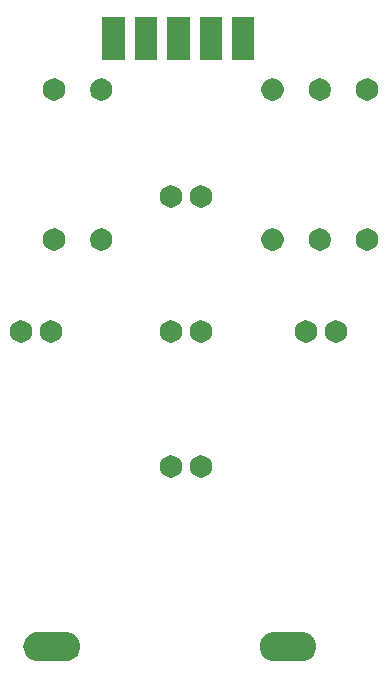
<source format=gbr>
G04 #@! TF.GenerationSoftware,KiCad,Pcbnew,(5.1.5)-3*
G04 #@! TF.CreationDate,2020-09-28T00:58:47+02:00*
G04 #@! TF.ProjectId,joytester,6a6f7974-6573-4746-9572-2e6b69636164,rev?*
G04 #@! TF.SameCoordinates,Original*
G04 #@! TF.FileFunction,Soldermask,Top*
G04 #@! TF.FilePolarity,Negative*
%FSLAX46Y46*%
G04 Gerber Fmt 4.6, Leading zero omitted, Abs format (unit mm)*
G04 Created by KiCad (PCBNEW (5.1.5)-3) date 2020-09-28 00:58:47*
%MOMM*%
%LPD*%
G04 APERTURE LIST*
%ADD10C,0.100000*%
G04 APERTURE END LIST*
D10*
G36*
X158693084Y-124092008D02*
G01*
X158927692Y-124163176D01*
X159143908Y-124278746D01*
X159333423Y-124434277D01*
X159488954Y-124623792D01*
X159604524Y-124840008D01*
X159675692Y-125074616D01*
X159699722Y-125318600D01*
X159675692Y-125562584D01*
X159604524Y-125797192D01*
X159488954Y-126013408D01*
X159333423Y-126202923D01*
X159143908Y-126358454D01*
X158927692Y-126474024D01*
X158693084Y-126545192D01*
X158510243Y-126563200D01*
X156101957Y-126563200D01*
X155919116Y-126545192D01*
X155684508Y-126474024D01*
X155468292Y-126358454D01*
X155278777Y-126202923D01*
X155123246Y-126013408D01*
X155007676Y-125797192D01*
X154936508Y-125562584D01*
X154912478Y-125318600D01*
X154936508Y-125074616D01*
X155007676Y-124840008D01*
X155123246Y-124623792D01*
X155278777Y-124434277D01*
X155468292Y-124278746D01*
X155684508Y-124163176D01*
X155919116Y-124092008D01*
X156101957Y-124074000D01*
X158510243Y-124074000D01*
X158693084Y-124092008D01*
G37*
G36*
X138693084Y-124092008D02*
G01*
X138927692Y-124163176D01*
X139143908Y-124278746D01*
X139333423Y-124434277D01*
X139488954Y-124623792D01*
X139604524Y-124840008D01*
X139675692Y-125074616D01*
X139699722Y-125318600D01*
X139675692Y-125562584D01*
X139604524Y-125797192D01*
X139488954Y-126013408D01*
X139333423Y-126202923D01*
X139143908Y-126358454D01*
X138927692Y-126474024D01*
X138693084Y-126545192D01*
X138510243Y-126563200D01*
X136101957Y-126563200D01*
X135919116Y-126545192D01*
X135684508Y-126474024D01*
X135468292Y-126358454D01*
X135278777Y-126202923D01*
X135123246Y-126013408D01*
X135007676Y-125797192D01*
X134936508Y-125562584D01*
X134912478Y-125318600D01*
X134936508Y-125074616D01*
X135007676Y-124840008D01*
X135123246Y-124623792D01*
X135278777Y-124434277D01*
X135468292Y-124278746D01*
X135684508Y-124163176D01*
X135919116Y-124092008D01*
X136101957Y-124074000D01*
X138510243Y-124074000D01*
X138693084Y-124092008D01*
G37*
G36*
X147609707Y-109162877D02*
G01*
X147670229Y-109174916D01*
X147841262Y-109245760D01*
X147995187Y-109348610D01*
X148126090Y-109479513D01*
X148228940Y-109633438D01*
X148299784Y-109804471D01*
X148335900Y-109986038D01*
X148335900Y-110171162D01*
X148299784Y-110352729D01*
X148228940Y-110523762D01*
X148126090Y-110677687D01*
X147995187Y-110808590D01*
X147841262Y-110911440D01*
X147670229Y-110982284D01*
X147609707Y-110994323D01*
X147488664Y-111018400D01*
X147303536Y-111018400D01*
X147182493Y-110994323D01*
X147121971Y-110982284D01*
X146950938Y-110911440D01*
X146797013Y-110808590D01*
X146666110Y-110677687D01*
X146563260Y-110523762D01*
X146492416Y-110352729D01*
X146456300Y-110171162D01*
X146456300Y-109986038D01*
X146492416Y-109804471D01*
X146563260Y-109633438D01*
X146666110Y-109479513D01*
X146797013Y-109348610D01*
X146950938Y-109245760D01*
X147121971Y-109174916D01*
X147182493Y-109162877D01*
X147303536Y-109138800D01*
X147488664Y-109138800D01*
X147609707Y-109162877D01*
G37*
G36*
X150149707Y-109162877D02*
G01*
X150210229Y-109174916D01*
X150381262Y-109245760D01*
X150535187Y-109348610D01*
X150666090Y-109479513D01*
X150768940Y-109633438D01*
X150839784Y-109804471D01*
X150875900Y-109986038D01*
X150875900Y-110171162D01*
X150839784Y-110352729D01*
X150768940Y-110523762D01*
X150666090Y-110677687D01*
X150535187Y-110808590D01*
X150381262Y-110911440D01*
X150210229Y-110982284D01*
X150149707Y-110994323D01*
X150028664Y-111018400D01*
X149843536Y-111018400D01*
X149722493Y-110994323D01*
X149661971Y-110982284D01*
X149490938Y-110911440D01*
X149337013Y-110808590D01*
X149206110Y-110677687D01*
X149103260Y-110523762D01*
X149032416Y-110352729D01*
X148996300Y-110171162D01*
X148996300Y-109986038D01*
X149032416Y-109804471D01*
X149103260Y-109633438D01*
X149206110Y-109479513D01*
X149337013Y-109348610D01*
X149490938Y-109245760D01*
X149661971Y-109174916D01*
X149722493Y-109162877D01*
X149843536Y-109138800D01*
X150028664Y-109138800D01*
X150149707Y-109162877D01*
G37*
G36*
X161579707Y-97732877D02*
G01*
X161640229Y-97744916D01*
X161811262Y-97815760D01*
X161965187Y-97918610D01*
X162096090Y-98049513D01*
X162198940Y-98203438D01*
X162269784Y-98374471D01*
X162305900Y-98556038D01*
X162305900Y-98741162D01*
X162269784Y-98922729D01*
X162198940Y-99093762D01*
X162096090Y-99247687D01*
X161965187Y-99378590D01*
X161811262Y-99481440D01*
X161640229Y-99552284D01*
X161579707Y-99564323D01*
X161458664Y-99588400D01*
X161273536Y-99588400D01*
X161152493Y-99564323D01*
X161091971Y-99552284D01*
X160920938Y-99481440D01*
X160767013Y-99378590D01*
X160636110Y-99247687D01*
X160533260Y-99093762D01*
X160462416Y-98922729D01*
X160426300Y-98741162D01*
X160426300Y-98556038D01*
X160462416Y-98374471D01*
X160533260Y-98203438D01*
X160636110Y-98049513D01*
X160767013Y-97918610D01*
X160920938Y-97815760D01*
X161091971Y-97744916D01*
X161152493Y-97732877D01*
X161273536Y-97708800D01*
X161458664Y-97708800D01*
X161579707Y-97732877D01*
G37*
G36*
X159039707Y-97732877D02*
G01*
X159100229Y-97744916D01*
X159271262Y-97815760D01*
X159425187Y-97918610D01*
X159556090Y-98049513D01*
X159658940Y-98203438D01*
X159729784Y-98374471D01*
X159765900Y-98556038D01*
X159765900Y-98741162D01*
X159729784Y-98922729D01*
X159658940Y-99093762D01*
X159556090Y-99247687D01*
X159425187Y-99378590D01*
X159271262Y-99481440D01*
X159100229Y-99552284D01*
X159039707Y-99564323D01*
X158918664Y-99588400D01*
X158733536Y-99588400D01*
X158612493Y-99564323D01*
X158551971Y-99552284D01*
X158380938Y-99481440D01*
X158227013Y-99378590D01*
X158096110Y-99247687D01*
X157993260Y-99093762D01*
X157922416Y-98922729D01*
X157886300Y-98741162D01*
X157886300Y-98556038D01*
X157922416Y-98374471D01*
X157993260Y-98203438D01*
X158096110Y-98049513D01*
X158227013Y-97918610D01*
X158380938Y-97815760D01*
X158551971Y-97744916D01*
X158612493Y-97732877D01*
X158733536Y-97708800D01*
X158918664Y-97708800D01*
X159039707Y-97732877D01*
G37*
G36*
X134909707Y-97732877D02*
G01*
X134970229Y-97744916D01*
X135141262Y-97815760D01*
X135295187Y-97918610D01*
X135426090Y-98049513D01*
X135528940Y-98203438D01*
X135599784Y-98374471D01*
X135635900Y-98556038D01*
X135635900Y-98741162D01*
X135599784Y-98922729D01*
X135528940Y-99093762D01*
X135426090Y-99247687D01*
X135295187Y-99378590D01*
X135141262Y-99481440D01*
X134970229Y-99552284D01*
X134909707Y-99564323D01*
X134788664Y-99588400D01*
X134603536Y-99588400D01*
X134482493Y-99564323D01*
X134421971Y-99552284D01*
X134250938Y-99481440D01*
X134097013Y-99378590D01*
X133966110Y-99247687D01*
X133863260Y-99093762D01*
X133792416Y-98922729D01*
X133756300Y-98741162D01*
X133756300Y-98556038D01*
X133792416Y-98374471D01*
X133863260Y-98203438D01*
X133966110Y-98049513D01*
X134097013Y-97918610D01*
X134250938Y-97815760D01*
X134421971Y-97744916D01*
X134482493Y-97732877D01*
X134603536Y-97708800D01*
X134788664Y-97708800D01*
X134909707Y-97732877D01*
G37*
G36*
X137449707Y-97732877D02*
G01*
X137510229Y-97744916D01*
X137681262Y-97815760D01*
X137835187Y-97918610D01*
X137966090Y-98049513D01*
X138068940Y-98203438D01*
X138139784Y-98374471D01*
X138175900Y-98556038D01*
X138175900Y-98741162D01*
X138139784Y-98922729D01*
X138068940Y-99093762D01*
X137966090Y-99247687D01*
X137835187Y-99378590D01*
X137681262Y-99481440D01*
X137510229Y-99552284D01*
X137449707Y-99564323D01*
X137328664Y-99588400D01*
X137143536Y-99588400D01*
X137022493Y-99564323D01*
X136961971Y-99552284D01*
X136790938Y-99481440D01*
X136637013Y-99378590D01*
X136506110Y-99247687D01*
X136403260Y-99093762D01*
X136332416Y-98922729D01*
X136296300Y-98741162D01*
X136296300Y-98556038D01*
X136332416Y-98374471D01*
X136403260Y-98203438D01*
X136506110Y-98049513D01*
X136637013Y-97918610D01*
X136790938Y-97815760D01*
X136961971Y-97744916D01*
X137022493Y-97732877D01*
X137143536Y-97708800D01*
X137328664Y-97708800D01*
X137449707Y-97732877D01*
G37*
G36*
X147609707Y-97732877D02*
G01*
X147670229Y-97744916D01*
X147841262Y-97815760D01*
X147995187Y-97918610D01*
X148126090Y-98049513D01*
X148228940Y-98203438D01*
X148299784Y-98374471D01*
X148335900Y-98556038D01*
X148335900Y-98741162D01*
X148299784Y-98922729D01*
X148228940Y-99093762D01*
X148126090Y-99247687D01*
X147995187Y-99378590D01*
X147841262Y-99481440D01*
X147670229Y-99552284D01*
X147609707Y-99564323D01*
X147488664Y-99588400D01*
X147303536Y-99588400D01*
X147182493Y-99564323D01*
X147121971Y-99552284D01*
X146950938Y-99481440D01*
X146797013Y-99378590D01*
X146666110Y-99247687D01*
X146563260Y-99093762D01*
X146492416Y-98922729D01*
X146456300Y-98741162D01*
X146456300Y-98556038D01*
X146492416Y-98374471D01*
X146563260Y-98203438D01*
X146666110Y-98049513D01*
X146797013Y-97918610D01*
X146950938Y-97815760D01*
X147121971Y-97744916D01*
X147182493Y-97732877D01*
X147303536Y-97708800D01*
X147488664Y-97708800D01*
X147609707Y-97732877D01*
G37*
G36*
X150149707Y-97732877D02*
G01*
X150210229Y-97744916D01*
X150381262Y-97815760D01*
X150535187Y-97918610D01*
X150666090Y-98049513D01*
X150768940Y-98203438D01*
X150839784Y-98374471D01*
X150875900Y-98556038D01*
X150875900Y-98741162D01*
X150839784Y-98922729D01*
X150768940Y-99093762D01*
X150666090Y-99247687D01*
X150535187Y-99378590D01*
X150381262Y-99481440D01*
X150210229Y-99552284D01*
X150149707Y-99564323D01*
X150028664Y-99588400D01*
X149843536Y-99588400D01*
X149722493Y-99564323D01*
X149661971Y-99552284D01*
X149490938Y-99481440D01*
X149337013Y-99378590D01*
X149206110Y-99247687D01*
X149103260Y-99093762D01*
X149032416Y-98922729D01*
X148996300Y-98741162D01*
X148996300Y-98556038D01*
X149032416Y-98374471D01*
X149103260Y-98203438D01*
X149206110Y-98049513D01*
X149337013Y-97918610D01*
X149490938Y-97815760D01*
X149661971Y-97744916D01*
X149722493Y-97732877D01*
X149843536Y-97708800D01*
X150028664Y-97708800D01*
X150149707Y-97732877D01*
G37*
G36*
X141713607Y-89934277D02*
G01*
X141774129Y-89946316D01*
X141945162Y-90017160D01*
X142099087Y-90120010D01*
X142229990Y-90250913D01*
X142332840Y-90404838D01*
X142403684Y-90575871D01*
X142439800Y-90757438D01*
X142439800Y-90942562D01*
X142403684Y-91124129D01*
X142332840Y-91295162D01*
X142229990Y-91449087D01*
X142099087Y-91579990D01*
X141945162Y-91682840D01*
X141774129Y-91753684D01*
X141713607Y-91765723D01*
X141592564Y-91789800D01*
X141407436Y-91789800D01*
X141286393Y-91765723D01*
X141225871Y-91753684D01*
X141054838Y-91682840D01*
X140900913Y-91579990D01*
X140770010Y-91449087D01*
X140667160Y-91295162D01*
X140596316Y-91124129D01*
X140560200Y-90942562D01*
X140560200Y-90757438D01*
X140596316Y-90575871D01*
X140667160Y-90404838D01*
X140770010Y-90250913D01*
X140900913Y-90120010D01*
X141054838Y-90017160D01*
X141225871Y-89946316D01*
X141286393Y-89934277D01*
X141407436Y-89910200D01*
X141592564Y-89910200D01*
X141713607Y-89934277D01*
G37*
G36*
X137713607Y-89934277D02*
G01*
X137774129Y-89946316D01*
X137945162Y-90017160D01*
X138099087Y-90120010D01*
X138229990Y-90250913D01*
X138332840Y-90404838D01*
X138403684Y-90575871D01*
X138439800Y-90757438D01*
X138439800Y-90942562D01*
X138403684Y-91124129D01*
X138332840Y-91295162D01*
X138229990Y-91449087D01*
X138099087Y-91579990D01*
X137945162Y-91682840D01*
X137774129Y-91753684D01*
X137713607Y-91765723D01*
X137592564Y-91789800D01*
X137407436Y-91789800D01*
X137286393Y-91765723D01*
X137225871Y-91753684D01*
X137054838Y-91682840D01*
X136900913Y-91579990D01*
X136770010Y-91449087D01*
X136667160Y-91295162D01*
X136596316Y-91124129D01*
X136560200Y-90942562D01*
X136560200Y-90757438D01*
X136596316Y-90575871D01*
X136667160Y-90404838D01*
X136770010Y-90250913D01*
X136900913Y-90120010D01*
X137054838Y-90017160D01*
X137225871Y-89946316D01*
X137286393Y-89934277D01*
X137407436Y-89910200D01*
X137592564Y-89910200D01*
X137713607Y-89934277D01*
G37*
G36*
X160213607Y-89934277D02*
G01*
X160274129Y-89946316D01*
X160445162Y-90017160D01*
X160599087Y-90120010D01*
X160729990Y-90250913D01*
X160832840Y-90404838D01*
X160903684Y-90575871D01*
X160939800Y-90757438D01*
X160939800Y-90942562D01*
X160903684Y-91124129D01*
X160832840Y-91295162D01*
X160729990Y-91449087D01*
X160599087Y-91579990D01*
X160445162Y-91682840D01*
X160274129Y-91753684D01*
X160213607Y-91765723D01*
X160092564Y-91789800D01*
X159907436Y-91789800D01*
X159786393Y-91765723D01*
X159725871Y-91753684D01*
X159554838Y-91682840D01*
X159400913Y-91579990D01*
X159270010Y-91449087D01*
X159167160Y-91295162D01*
X159096316Y-91124129D01*
X159060200Y-90942562D01*
X159060200Y-90757438D01*
X159096316Y-90575871D01*
X159167160Y-90404838D01*
X159270010Y-90250913D01*
X159400913Y-90120010D01*
X159554838Y-90017160D01*
X159725871Y-89946316D01*
X159786393Y-89934277D01*
X159907436Y-89910200D01*
X160092564Y-89910200D01*
X160213607Y-89934277D01*
G37*
G36*
X164213607Y-89934277D02*
G01*
X164274129Y-89946316D01*
X164445162Y-90017160D01*
X164599087Y-90120010D01*
X164729990Y-90250913D01*
X164832840Y-90404838D01*
X164903684Y-90575871D01*
X164939800Y-90757438D01*
X164939800Y-90942562D01*
X164903684Y-91124129D01*
X164832840Y-91295162D01*
X164729990Y-91449087D01*
X164599087Y-91579990D01*
X164445162Y-91682840D01*
X164274129Y-91753684D01*
X164213607Y-91765723D01*
X164092564Y-91789800D01*
X163907436Y-91789800D01*
X163786393Y-91765723D01*
X163725871Y-91753684D01*
X163554838Y-91682840D01*
X163400913Y-91579990D01*
X163270010Y-91449087D01*
X163167160Y-91295162D01*
X163096316Y-91124129D01*
X163060200Y-90942562D01*
X163060200Y-90757438D01*
X163096316Y-90575871D01*
X163167160Y-90404838D01*
X163270010Y-90250913D01*
X163400913Y-90120010D01*
X163554838Y-90017160D01*
X163725871Y-89946316D01*
X163786393Y-89934277D01*
X163907436Y-89910200D01*
X164092564Y-89910200D01*
X164213607Y-89934277D01*
G37*
G36*
X156213607Y-89934277D02*
G01*
X156274129Y-89946316D01*
X156445162Y-90017160D01*
X156599087Y-90120010D01*
X156729990Y-90250913D01*
X156832840Y-90404838D01*
X156903684Y-90575871D01*
X156939800Y-90757438D01*
X156939800Y-90942562D01*
X156903684Y-91124129D01*
X156832840Y-91295162D01*
X156729990Y-91449087D01*
X156599087Y-91579990D01*
X156445162Y-91682840D01*
X156274129Y-91753684D01*
X156213607Y-91765723D01*
X156092564Y-91789800D01*
X155907436Y-91789800D01*
X155786393Y-91765723D01*
X155725871Y-91753684D01*
X155554838Y-91682840D01*
X155400913Y-91579990D01*
X155270010Y-91449087D01*
X155167160Y-91295162D01*
X155096316Y-91124129D01*
X155060200Y-90942562D01*
X155060200Y-90757438D01*
X155096316Y-90575871D01*
X155167160Y-90404838D01*
X155270010Y-90250913D01*
X155400913Y-90120010D01*
X155554838Y-90017160D01*
X155725871Y-89946316D01*
X155786393Y-89934277D01*
X155907436Y-89910200D01*
X156092564Y-89910200D01*
X156213607Y-89934277D01*
G37*
G36*
X147609707Y-86302877D02*
G01*
X147670229Y-86314916D01*
X147841262Y-86385760D01*
X147995187Y-86488610D01*
X148126090Y-86619513D01*
X148228940Y-86773438D01*
X148299784Y-86944471D01*
X148335900Y-87126038D01*
X148335900Y-87311162D01*
X148299784Y-87492729D01*
X148228940Y-87663762D01*
X148126090Y-87817687D01*
X147995187Y-87948590D01*
X147841262Y-88051440D01*
X147670229Y-88122284D01*
X147609707Y-88134323D01*
X147488664Y-88158400D01*
X147303536Y-88158400D01*
X147182493Y-88134323D01*
X147121971Y-88122284D01*
X146950938Y-88051440D01*
X146797013Y-87948590D01*
X146666110Y-87817687D01*
X146563260Y-87663762D01*
X146492416Y-87492729D01*
X146456300Y-87311162D01*
X146456300Y-87126038D01*
X146492416Y-86944471D01*
X146563260Y-86773438D01*
X146666110Y-86619513D01*
X146797013Y-86488610D01*
X146950938Y-86385760D01*
X147121971Y-86314916D01*
X147182493Y-86302877D01*
X147303536Y-86278800D01*
X147488664Y-86278800D01*
X147609707Y-86302877D01*
G37*
G36*
X150149707Y-86302877D02*
G01*
X150210229Y-86314916D01*
X150381262Y-86385760D01*
X150535187Y-86488610D01*
X150666090Y-86619513D01*
X150768940Y-86773438D01*
X150839784Y-86944471D01*
X150875900Y-87126038D01*
X150875900Y-87311162D01*
X150839784Y-87492729D01*
X150768940Y-87663762D01*
X150666090Y-87817687D01*
X150535187Y-87948590D01*
X150381262Y-88051440D01*
X150210229Y-88122284D01*
X150149707Y-88134323D01*
X150028664Y-88158400D01*
X149843536Y-88158400D01*
X149722493Y-88134323D01*
X149661971Y-88122284D01*
X149490938Y-88051440D01*
X149337013Y-87948590D01*
X149206110Y-87817687D01*
X149103260Y-87663762D01*
X149032416Y-87492729D01*
X148996300Y-87311162D01*
X148996300Y-87126038D01*
X149032416Y-86944471D01*
X149103260Y-86773438D01*
X149206110Y-86619513D01*
X149337013Y-86488610D01*
X149490938Y-86385760D01*
X149661971Y-86314916D01*
X149722493Y-86302877D01*
X149843536Y-86278800D01*
X150028664Y-86278800D01*
X150149707Y-86302877D01*
G37*
G36*
X156213607Y-77234277D02*
G01*
X156274129Y-77246316D01*
X156445162Y-77317160D01*
X156599087Y-77420010D01*
X156729990Y-77550913D01*
X156832840Y-77704838D01*
X156903684Y-77875871D01*
X156939800Y-78057438D01*
X156939800Y-78242562D01*
X156903684Y-78424129D01*
X156832840Y-78595162D01*
X156729990Y-78749087D01*
X156599087Y-78879990D01*
X156445162Y-78982840D01*
X156274129Y-79053684D01*
X156213607Y-79065723D01*
X156092564Y-79089800D01*
X155907436Y-79089800D01*
X155786393Y-79065723D01*
X155725871Y-79053684D01*
X155554838Y-78982840D01*
X155400913Y-78879990D01*
X155270010Y-78749087D01*
X155167160Y-78595162D01*
X155096316Y-78424129D01*
X155060200Y-78242562D01*
X155060200Y-78057438D01*
X155096316Y-77875871D01*
X155167160Y-77704838D01*
X155270010Y-77550913D01*
X155400913Y-77420010D01*
X155554838Y-77317160D01*
X155725871Y-77246316D01*
X155786393Y-77234277D01*
X155907436Y-77210200D01*
X156092564Y-77210200D01*
X156213607Y-77234277D01*
G37*
G36*
X141713607Y-77234277D02*
G01*
X141774129Y-77246316D01*
X141945162Y-77317160D01*
X142099087Y-77420010D01*
X142229990Y-77550913D01*
X142332840Y-77704838D01*
X142403684Y-77875871D01*
X142439800Y-78057438D01*
X142439800Y-78242562D01*
X142403684Y-78424129D01*
X142332840Y-78595162D01*
X142229990Y-78749087D01*
X142099087Y-78879990D01*
X141945162Y-78982840D01*
X141774129Y-79053684D01*
X141713607Y-79065723D01*
X141592564Y-79089800D01*
X141407436Y-79089800D01*
X141286393Y-79065723D01*
X141225871Y-79053684D01*
X141054838Y-78982840D01*
X140900913Y-78879990D01*
X140770010Y-78749087D01*
X140667160Y-78595162D01*
X140596316Y-78424129D01*
X140560200Y-78242562D01*
X140560200Y-78057438D01*
X140596316Y-77875871D01*
X140667160Y-77704838D01*
X140770010Y-77550913D01*
X140900913Y-77420010D01*
X141054838Y-77317160D01*
X141225871Y-77246316D01*
X141286393Y-77234277D01*
X141407436Y-77210200D01*
X141592564Y-77210200D01*
X141713607Y-77234277D01*
G37*
G36*
X137713607Y-77234277D02*
G01*
X137774129Y-77246316D01*
X137945162Y-77317160D01*
X138099087Y-77420010D01*
X138229990Y-77550913D01*
X138332840Y-77704838D01*
X138403684Y-77875871D01*
X138439800Y-78057438D01*
X138439800Y-78242562D01*
X138403684Y-78424129D01*
X138332840Y-78595162D01*
X138229990Y-78749087D01*
X138099087Y-78879990D01*
X137945162Y-78982840D01*
X137774129Y-79053684D01*
X137713607Y-79065723D01*
X137592564Y-79089800D01*
X137407436Y-79089800D01*
X137286393Y-79065723D01*
X137225871Y-79053684D01*
X137054838Y-78982840D01*
X136900913Y-78879990D01*
X136770010Y-78749087D01*
X136667160Y-78595162D01*
X136596316Y-78424129D01*
X136560200Y-78242562D01*
X136560200Y-78057438D01*
X136596316Y-77875871D01*
X136667160Y-77704838D01*
X136770010Y-77550913D01*
X136900913Y-77420010D01*
X137054838Y-77317160D01*
X137225871Y-77246316D01*
X137286393Y-77234277D01*
X137407436Y-77210200D01*
X137592564Y-77210200D01*
X137713607Y-77234277D01*
G37*
G36*
X164213607Y-77234277D02*
G01*
X164274129Y-77246316D01*
X164445162Y-77317160D01*
X164599087Y-77420010D01*
X164729990Y-77550913D01*
X164832840Y-77704838D01*
X164903684Y-77875871D01*
X164939800Y-78057438D01*
X164939800Y-78242562D01*
X164903684Y-78424129D01*
X164832840Y-78595162D01*
X164729990Y-78749087D01*
X164599087Y-78879990D01*
X164445162Y-78982840D01*
X164274129Y-79053684D01*
X164213607Y-79065723D01*
X164092564Y-79089800D01*
X163907436Y-79089800D01*
X163786393Y-79065723D01*
X163725871Y-79053684D01*
X163554838Y-78982840D01*
X163400913Y-78879990D01*
X163270010Y-78749087D01*
X163167160Y-78595162D01*
X163096316Y-78424129D01*
X163060200Y-78242562D01*
X163060200Y-78057438D01*
X163096316Y-77875871D01*
X163167160Y-77704838D01*
X163270010Y-77550913D01*
X163400913Y-77420010D01*
X163554838Y-77317160D01*
X163725871Y-77246316D01*
X163786393Y-77234277D01*
X163907436Y-77210200D01*
X164092564Y-77210200D01*
X164213607Y-77234277D01*
G37*
G36*
X160213607Y-77234277D02*
G01*
X160274129Y-77246316D01*
X160445162Y-77317160D01*
X160599087Y-77420010D01*
X160729990Y-77550913D01*
X160832840Y-77704838D01*
X160903684Y-77875871D01*
X160939800Y-78057438D01*
X160939800Y-78242562D01*
X160903684Y-78424129D01*
X160832840Y-78595162D01*
X160729990Y-78749087D01*
X160599087Y-78879990D01*
X160445162Y-78982840D01*
X160274129Y-79053684D01*
X160213607Y-79065723D01*
X160092564Y-79089800D01*
X159907436Y-79089800D01*
X159786393Y-79065723D01*
X159725871Y-79053684D01*
X159554838Y-78982840D01*
X159400913Y-78879990D01*
X159270010Y-78749087D01*
X159167160Y-78595162D01*
X159096316Y-78424129D01*
X159060200Y-78242562D01*
X159060200Y-78057438D01*
X159096316Y-77875871D01*
X159167160Y-77704838D01*
X159270010Y-77550913D01*
X159400913Y-77420010D01*
X159554838Y-77317160D01*
X159725871Y-77246316D01*
X159786393Y-77234277D01*
X159907436Y-77210200D01*
X160092564Y-77210200D01*
X160213607Y-77234277D01*
G37*
G36*
X148982700Y-75684200D02*
G01*
X147079500Y-75684200D01*
X147079500Y-71981000D01*
X148982700Y-71981000D01*
X148982700Y-75684200D01*
G37*
G36*
X146239300Y-75684000D02*
G01*
X144336100Y-75684000D01*
X144336100Y-71980800D01*
X146239300Y-71980800D01*
X146239300Y-75684000D01*
G37*
G36*
X154468900Y-75684000D02*
G01*
X152565700Y-75684000D01*
X152565700Y-71980800D01*
X154468900Y-71980800D01*
X154468900Y-75684000D01*
G37*
G36*
X151726100Y-75684000D02*
G01*
X149822900Y-75684000D01*
X149822900Y-71980800D01*
X151726100Y-71980800D01*
X151726100Y-75684000D01*
G37*
G36*
X143496500Y-75684000D02*
G01*
X141593300Y-75684000D01*
X141593300Y-71980800D01*
X143496500Y-71980800D01*
X143496500Y-75684000D01*
G37*
M02*

</source>
